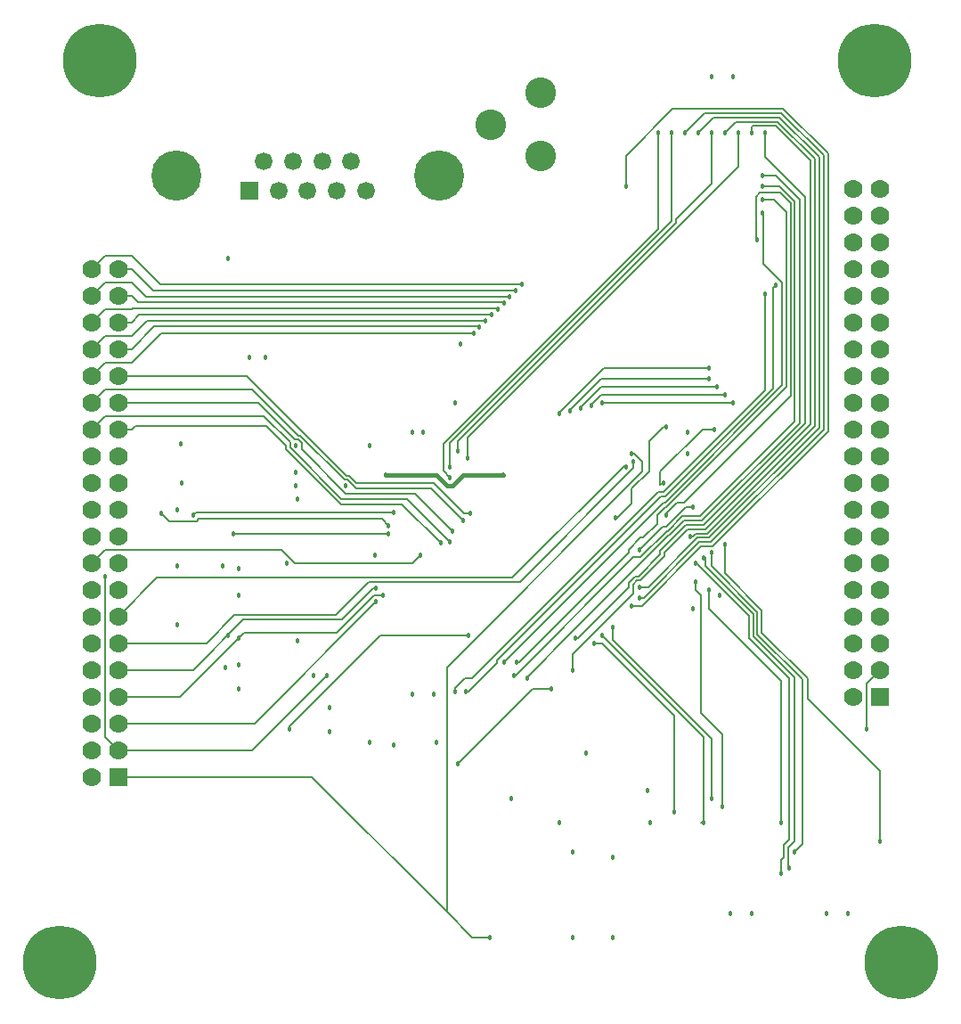
<source format=gbl>
%FSLAX25Y25*%
%MOIN*%
G70*
G01*
G75*
G04 Layer_Physical_Order=4*
G04 Layer_Color=65280*
%ADD10C,0.04000*%
G04:AMPARAMS|DCode=11|XSize=9.84mil|YSize=61.02mil|CornerRadius=0mil|HoleSize=0mil|Usage=FLASHONLY|Rotation=45.000|XOffset=0mil|YOffset=0mil|HoleType=Round|Shape=Round|*
%AMOVALD11*
21,1,0.05118,0.00984,0.00000,0.00000,135.0*
1,1,0.00984,0.01810,-0.01810*
1,1,0.00984,-0.01810,0.01810*
%
%ADD11OVALD11*%

G04:AMPARAMS|DCode=12|XSize=9.84mil|YSize=61.02mil|CornerRadius=0mil|HoleSize=0mil|Usage=FLASHONLY|Rotation=315.000|XOffset=0mil|YOffset=0mil|HoleType=Round|Shape=Round|*
%AMOVALD12*
21,1,0.05118,0.00984,0.00000,0.00000,45.0*
1,1,0.00984,-0.01810,-0.01810*
1,1,0.00984,0.01810,0.01810*
%
%ADD12OVALD12*%

%ADD13R,0.04528X0.05709*%
%ADD14R,0.05315X0.06102*%
%ADD15R,0.04134X0.05512*%
%ADD16R,0.03347X0.05118*%
%ADD17R,0.05118X0.06102*%
%ADD18O,0.02362X0.08661*%
%ADD19R,0.04528X0.03937*%
%ADD20R,0.03740X0.05315*%
%ADD21R,0.07500X0.04300*%
%ADD22R,0.03500X0.03900*%
%ADD23R,0.05709X0.04528*%
%ADD24R,0.05118X0.03347*%
%ADD25R,0.09449X0.02992*%
%ADD26R,0.07500X0.02800*%
%ADD27R,0.02800X0.07500*%
%ADD28O,0.07480X0.02362*%
%ADD29C,0.00800*%
%ADD30C,0.01600*%
%ADD31C,0.00787*%
%ADD32C,0.27559*%
%ADD33C,0.18740*%
%ADD34R,0.06654X0.06654*%
%ADD35C,0.06654*%
%ADD36C,0.07000*%
%ADD37R,0.07000X0.07000*%
%ADD38C,0.11500*%
%ADD39C,0.01800*%
%ADD40C,0.04000*%
%ADD41C,0.16598*%
G04:AMPARAMS|DCode=42|XSize=185.197mil|YSize=185.197mil|CornerRadius=0mil|HoleSize=0mil|Usage=FLASHONLY|Rotation=0.000|XOffset=0mil|YOffset=0mil|HoleType=Round|Shape=Relief|Width=10mil|Gap=10mil|Entries=4|*
%AMTHD42*
7,0,0,0.18520,0.16520,0.01000,45*
%
%ADD42THD42*%
%ADD43C,0.08291*%
G04:AMPARAMS|DCode=44|XSize=102.913mil|YSize=102.913mil|CornerRadius=0mil|HoleSize=0mil|Usage=FLASHONLY|Rotation=0.000|XOffset=0mil|YOffset=0mil|HoleType=Round|Shape=Relief|Width=10mil|Gap=10mil|Entries=4|*
%AMTHD44*
7,0,0,0.10291,0.08291,0.01000,45*
%
%ADD44THD44*%
%ADD45C,0.08700*%
G04:AMPARAMS|DCode=46|XSize=107mil|YSize=107mil|CornerRadius=0mil|HoleSize=0mil|Usage=FLASHONLY|Rotation=0.000|XOffset=0mil|YOffset=0mil|HoleType=Round|Shape=Relief|Width=10mil|Gap=10mil|Entries=4|*
%AMTHD46*
7,0,0,0.10700,0.08700,0.01000,45*
%
%ADD46THD46*%
%ADD47C,0.12000*%
G04:AMPARAMS|DCode=48|XSize=140mil|YSize=140mil|CornerRadius=0mil|HoleSize=0mil|Usage=FLASHONLY|Rotation=0.000|XOffset=0mil|YOffset=0mil|HoleType=Round|Shape=Relief|Width=10mil|Gap=10mil|Entries=4|*
%AMTHD48*
7,0,0,0.14000,0.12000,0.01000,45*
%
%ADD48THD48*%
G04:AMPARAMS|DCode=49|XSize=68mil|YSize=68mil|CornerRadius=0mil|HoleSize=0mil|Usage=FLASHONLY|Rotation=0.000|XOffset=0mil|YOffset=0mil|HoleType=Round|Shape=Relief|Width=10mil|Gap=10mil|Entries=4|*
%AMTHD49*
7,0,0,0.06800,0.04800,0.01000,45*
%
%ADD49THD49*%
%ADD50C,0.04800*%
%ADD51C,0.16520*%
D29*
X190965Y274239D02*
X191102Y274102D01*
X30000Y280000D02*
X35000Y285000D01*
X45000D01*
X55761Y274239D02*
X190965D01*
X45000Y285000D02*
X55761Y274239D01*
X188702Y271976D02*
X188839Y271839D01*
X45000Y280000D02*
X53024Y271976D01*
X188702D01*
X40000Y280000D02*
X45000D01*
Y275000D02*
X50286Y269714D01*
X186439D01*
X30000Y270000D02*
X35000Y275000D01*
X45000D01*
X186439Y269714D02*
X186576Y269576D01*
X47549Y267451D02*
X184176D01*
X184314Y267314D01*
X40000Y270000D02*
X45000D01*
X47549Y267451D01*
X45188Y265188D02*
X181914D01*
X182051Y265051D01*
X45000Y265000D02*
X45188Y265188D01*
X35000Y265000D02*
X45000D01*
X30000Y260000D02*
X35000Y265000D01*
X179651Y262926D02*
X179788Y262788D01*
X47925Y262926D02*
X179651D01*
X40000Y260000D02*
X45000D01*
X47925Y262926D01*
X177388Y260663D02*
X177525Y260525D01*
X45000Y255000D02*
X50663Y260663D01*
X177388D01*
X35000Y255000D02*
X45000D01*
X30000Y250000D02*
X35000Y255000D01*
X175126Y258400D02*
X175263Y258263D01*
X53400Y258400D02*
X175126D01*
X40000Y250000D02*
X45000D01*
X53400Y258400D01*
X45000Y245000D02*
X56000Y256000D01*
X173000D01*
X30000Y240000D02*
X35000Y245000D01*
X45000D01*
X63000Y120000D02*
X85000Y142000D01*
X252000Y331000D02*
X252200D01*
X87000Y144000D02*
X121606D01*
X135606Y158000D01*
X139000D01*
X135500Y160500D02*
X136500D01*
X123881Y148881D02*
X135500Y160500D01*
X112500Y90000D02*
X163000Y39500D01*
X267000Y331000D02*
X271000Y335000D01*
X252200Y331000D02*
X259400Y338200D01*
X277000Y333000D02*
X277400Y333400D01*
X277000Y331000D02*
Y333000D01*
X247406Y339800D02*
X288908D01*
X230000Y322394D02*
X247406Y339800D01*
X230000Y311000D02*
Y322394D01*
X257000Y331000D02*
X262600Y336600D01*
X288000Y54000D02*
Y59000D01*
X289000Y60000D01*
X163000Y39500D02*
Y131054D01*
X229325Y206325D02*
X229649Y206000D01*
X230000D01*
X258000Y73000D02*
X259000D01*
X210038Y130000D02*
Y135962D01*
X248600Y298600D02*
X262000Y312000D01*
Y331000D01*
X211000Y142000D02*
X212165D01*
X248600Y297075D02*
Y298600D01*
X272000Y318212D02*
Y331000D01*
X167019Y212019D02*
Y215493D01*
X248600Y297075D01*
X170600Y216812D02*
X272000Y318212D01*
X212165Y142000D02*
X231000Y160835D01*
X210038Y135962D02*
X232600Y158525D01*
X258000Y114000D02*
X266000Y106000D01*
X258000Y114000D02*
Y158000D01*
X256000Y160000D02*
X258000Y158000D01*
X256000Y160000D02*
Y163000D01*
X244432Y172432D02*
Y174023D01*
X232600Y161994D02*
X234006Y163400D01*
X235400D01*
X244432Y172432D01*
X232600Y158525D02*
Y161994D01*
X231000Y160835D02*
Y162657D01*
X233343Y165000D01*
X234737D01*
X242832Y173095D01*
Y174686D01*
X193000Y127394D02*
X210006Y144400D01*
X193000Y127000D02*
Y127394D01*
X166000Y123106D02*
X169900Y127006D01*
X170000Y122000D02*
X171000D01*
X181600Y132600D01*
X169900Y127006D02*
X172400D01*
X232000Y211000D02*
X233000D01*
X236176Y207824D01*
Y204230D02*
Y207824D01*
X232806Y205412D02*
Y207800D01*
X188000Y128000D02*
X188615D01*
X259000Y172000D02*
X259638D01*
X244432Y174023D02*
X247616Y177206D01*
X242832Y174686D02*
X246953Y178806D01*
X245654Y182006D02*
X251068Y187420D01*
X247616Y177206D02*
X247812D01*
X253226Y182620D01*
X236666Y157000D02*
X257486Y177820D01*
X238403Y161000D02*
X256823Y179420D01*
X255140Y180000D02*
X256160Y181020D01*
X245400Y182006D02*
X245654D01*
X254000Y180000D02*
X255140D01*
X235000Y161000D02*
X238403D01*
X235000Y157000D02*
X236666D01*
X210006Y144400D02*
X210057D01*
X163000Y39500D02*
X172500Y30000D01*
X266000Y79000D02*
Y87000D01*
X259638Y172000D02*
X259819Y172181D01*
X325000Y66000D02*
Y92263D01*
X172500Y30000D02*
X179000D01*
X259000Y73000D02*
Y105000D01*
X225000Y141263D02*
X262000Y104263D01*
Y82000D02*
Y104263D01*
X266000Y87000D02*
Y106000D01*
X288000Y73000D02*
Y126000D01*
X261000Y153000D02*
X288000Y126000D01*
X276000Y142000D02*
X291000Y127000D01*
X293000Y66000D02*
Y127263D01*
X289000Y60000D02*
Y64615D01*
X291000Y66615D01*
Y127000D01*
X290600Y56400D02*
X291000Y56000D01*
X290600Y56400D02*
Y63600D01*
X293000Y66000D01*
Y62000D02*
X296000Y65000D01*
X298000Y119263D02*
X325000Y92263D01*
X232000Y154000D02*
X236000D01*
X235964Y154036D02*
X236000Y154000D01*
X235964Y154036D02*
X258149Y176220D01*
X225000Y141263D02*
Y146000D01*
X221000Y143000D02*
X259000Y105000D01*
X218000Y140000D02*
X221000D01*
X166000Y122053D02*
Y123106D01*
X163000Y131054D02*
X236176Y204230D01*
X189000Y133000D02*
X190000D01*
X181600Y132600D02*
Y133651D01*
X59151Y185600D02*
X69341D01*
X56251Y188500D02*
X59151Y185600D01*
X85000Y142000D02*
X87000Y144000D01*
X217000Y229000D02*
Y229394D01*
X213000Y228000D02*
Y228394D01*
X209000Y227000D02*
Y227394D01*
X205000Y226000D02*
Y226394D01*
X221606Y243000D01*
X209000Y227394D02*
X220606Y239000D01*
X213000Y228394D02*
X220606Y236000D01*
X217000Y229394D02*
X220606Y233000D01*
X226000Y187000D02*
X226744D01*
X232000Y192256D01*
Y197792D01*
X238600Y204392D01*
Y215600D01*
X221000Y230000D02*
X270000D01*
X220606Y233000D02*
X267000D01*
X220606Y236000D02*
X264000D01*
X220606Y239000D02*
X261000D01*
X221606Y243000D02*
X261000D01*
X277600Y142663D02*
X293000Y127263D01*
X298000Y119263D02*
Y126788D01*
X296000Y65000D02*
Y126525D01*
X280800Y143988D02*
X298000Y126788D01*
X279200Y143325D02*
X296000Y126525D01*
X261000Y153000D02*
Y160000D01*
X276000Y142000D02*
Y150394D01*
X277600Y142663D02*
Y151057D01*
X279200Y143325D02*
Y151720D01*
X280800Y143988D02*
Y152382D01*
X267000Y166182D02*
Y177000D01*
Y166182D02*
X280800Y152382D01*
X262000Y168920D02*
X279200Y151720D01*
X259819Y168838D02*
Y172181D01*
Y168838D02*
X277600Y151057D01*
X256000Y170000D02*
X256394D01*
X276000Y150394D01*
X262000Y168920D02*
Y173820D01*
X320000Y108000D02*
Y125000D01*
X325000Y130000D01*
X40000Y140000D02*
X73000D01*
X40000Y100000D02*
X90000D01*
X40000Y90000D02*
X112500D01*
X259400Y338200D02*
X288245D01*
X285000Y273000D02*
X286000Y274000D01*
X281000Y306000D02*
X285302D01*
X278600Y306994D02*
X280006Y308400D01*
X278600Y291400D02*
X279000Y291000D01*
X278600Y291400D02*
Y306994D01*
X280006Y308400D02*
X287800D01*
X281000Y301000D02*
X281400Y300600D01*
Y281994D02*
Y300600D01*
X281000Y311000D02*
X287463D01*
X281000Y315000D02*
X286000D01*
X282000Y322000D02*
Y331000D01*
X258149Y176220D02*
X262444D01*
X257486Y177820D02*
X261782D01*
X281400Y281994D02*
X288400Y274994D01*
X285302Y306000D02*
X290000Y301302D01*
X291600Y232469D02*
Y304600D01*
X287800Y308400D02*
X291600Y304600D01*
X257805Y187420D02*
X293200Y222815D01*
Y305263D01*
X287463Y311000D02*
X293200Y305263D01*
X258468Y185820D02*
X295000Y222352D01*
Y228352D01*
Y306000D01*
X286000Y315000D02*
X295000Y306000D01*
X297000Y222089D02*
Y307000D01*
X282000Y322000D02*
X297000Y307000D01*
X261782Y177820D02*
X304000Y220038D01*
Y322445D01*
X288245Y338200D02*
X304000Y322445D01*
X256823Y179420D02*
X261119D01*
X302400Y220701D01*
Y321782D01*
X287582Y336600D02*
X302400Y321782D01*
X262600Y336600D02*
X287582D01*
X260456Y181020D02*
X300800Y221364D01*
Y321119D01*
X286919Y335000D02*
X300800Y321119D01*
X271000Y335000D02*
X286919D01*
X259793Y182620D02*
X299200Y222027D01*
Y320457D01*
X286257Y333400D02*
X299200Y320457D01*
X277400Y333400D02*
X286257D01*
X256160Y181020D02*
X260456D01*
X253226Y182620D02*
X259793D01*
X262444Y176220D02*
X305600Y219376D01*
Y323108D01*
X288908Y339800D02*
X305600Y323108D01*
X83481Y150481D02*
X121481D01*
X73000Y140000D02*
X83481Y150481D01*
X235500Y179500D02*
X236500D01*
X241600Y184600D01*
X235587Y172193D02*
X245400Y182006D01*
X188615Y128000D02*
X232807Y172193D01*
X235587Y172193D01*
X190000Y133000D02*
X231000Y174000D01*
Y175000D01*
X235500Y179500D01*
X235000Y175000D02*
X243606Y183606D01*
X184343Y133000D02*
Y133000D01*
X241600Y184600D02*
Y187994D01*
X251731Y192600D02*
X291600Y232469D01*
X288400Y236400D02*
Y274994D01*
X243943Y192600D02*
X244600D01*
X238600Y215600D02*
X244000Y221000D01*
X245000D01*
X244600Y192600D02*
X288400Y236400D01*
X258606Y220000D02*
X263000D01*
X282000Y234606D02*
Y270500D01*
X244657Y195000D02*
X285000Y235343D01*
Y273000D01*
X243994Y196600D02*
X282000Y234606D01*
X244606Y191000D02*
X245263D01*
X290000Y235737D01*
Y301302D01*
X184343Y133000D02*
X243943Y192600D01*
X241600Y187994D02*
X244606Y191000D01*
X245000Y188475D02*
X249126Y192600D01*
X251731D01*
X172400Y127006D02*
X242000Y196606D01*
X242006Y196600D01*
X243994D01*
X181600Y133651D02*
X242949Y195000D01*
X244657D01*
X242803Y204197D02*
X258606Y220000D01*
X242803Y199197D02*
Y204197D01*
X246953Y178806D02*
X246980D01*
X251068Y187420D02*
X257805D01*
X246980Y178806D02*
X252393Y184220D01*
X259131D01*
X297000Y222089D01*
X252385Y191000D02*
X255000D01*
X243606Y183606D02*
X244992D01*
X210057Y144400D02*
X246063Y180406D01*
X246317D01*
X251731Y185820D01*
X258468D01*
X244992Y183606D02*
X252385Y191000D01*
X242803Y199197D02*
X243606Y200000D01*
X244000D01*
X245000Y188000D02*
Y188475D01*
X242000Y295000D02*
Y331000D01*
X247000Y297737D02*
Y331000D01*
X161600Y214600D02*
X242000Y295000D01*
X69341Y185600D02*
X70141Y186400D01*
X170600Y209206D02*
Y216812D01*
X167000Y212000D02*
X167019Y212019D01*
X164000Y214737D02*
X247000Y297737D01*
X161600Y204400D02*
Y214600D01*
X164000Y206000D02*
Y214737D01*
X161600Y204400D02*
X164000Y202000D01*
X195000Y123000D02*
X202000D01*
X167000Y95000D02*
X195000Y123000D01*
X190294Y162900D02*
X232806Y205412D01*
X121481Y150481D02*
X133900Y162900D01*
X190294D01*
X187500Y164500D02*
X229325Y206325D01*
X40000Y150000D02*
X54500Y164500D01*
X138000Y143000D02*
X171000D01*
X40000Y110000D02*
X91000D01*
X136500Y155500D01*
X70141Y186400D02*
X138600D01*
X35000Y105000D02*
X40000Y100000D01*
X35000Y105000D02*
Y165000D01*
X54500Y164500D02*
X187500D01*
X30000Y170000D02*
X35000Y175000D01*
X138600Y186400D02*
X141000Y184000D01*
X46343Y221343D02*
X95343D01*
X45000Y220000D02*
X46343Y221343D01*
X94515Y225000D02*
X104400Y215115D01*
X92343Y230000D02*
X106243Y216100D01*
X40000Y230000D02*
X92343D01*
X90172Y235000D02*
X107472Y217700D01*
X35000Y235000D02*
X90172D01*
X88000Y240000D02*
X125300Y202700D01*
X40000Y240000D02*
X88000D01*
X102800Y212467D02*
Y213886D01*
X95343Y221343D02*
X102800Y213886D01*
X123267Y192000D02*
X146214D01*
X102800Y212467D02*
X123267Y192000D01*
X146214D02*
X160607Y177607D01*
X40000Y220000D02*
X45000D01*
X104400Y213130D02*
X123530Y194000D01*
X104400Y213130D02*
Y215115D01*
X148000Y194000D02*
X164000Y178000D01*
X123530Y194000D02*
X148000D01*
X35000Y225000D02*
X94515D01*
X30000Y220000D02*
X35000Y225000D01*
X107370Y216100D02*
X108600Y214870D01*
Y212430D02*
X125030Y196000D01*
X108600Y212430D02*
Y214870D01*
X106243Y216100D02*
X107370D01*
X151000Y196000D02*
X165000Y182000D01*
X125030Y196000D02*
X151000D01*
X107472Y217700D02*
X108033D01*
X124633Y201100D02*
X125870D01*
X108033Y217700D02*
X124633Y201100D01*
X157000Y198000D02*
X169000Y186000D01*
X128970Y198000D02*
X157000D01*
X125870Y201100D02*
X128970Y198000D01*
X30000Y230000D02*
X35000Y235000D01*
X125300Y202700D02*
X126533D01*
X129233Y200000D02*
X158000D01*
X126533Y202700D02*
X129233Y200000D01*
X158000D02*
X169310Y188690D01*
X171690D01*
X40000Y130000D02*
X68000D01*
X86881Y148881D01*
X123881D01*
X40000Y120000D02*
X63000D01*
X90000Y100000D02*
X118000Y128000D01*
X83154Y181000D02*
X141000D01*
X68000Y188000D02*
X69000Y189000D01*
X143000D01*
X35000Y175000D02*
X100970D01*
X105970Y170000D01*
X150000D01*
X153000Y173000D01*
X104000Y109000D02*
X138000Y143000D01*
X104000Y108000D02*
Y109000D01*
X221000Y140000D02*
X248000Y113000D01*
Y77000D02*
Y113000D01*
D30*
X169000Y203000D02*
X184000D01*
X165000Y199000D02*
X169000Y203000D01*
X163000Y199000D02*
X165000D01*
X159000Y203000D02*
X163000Y199000D01*
X140000Y203000D02*
X159000D01*
D32*
X18110Y20472D02*
D03*
X33071Y357874D02*
D03*
X323228D02*
D03*
X333071Y20472D02*
D03*
D33*
X160252Y314768D02*
D03*
X61827D02*
D03*
D34*
X89075Y309165D02*
D03*
D35*
X94528Y320346D02*
D03*
X99980Y309165D02*
D03*
X105433Y320346D02*
D03*
X110886Y309165D02*
D03*
X116339Y320346D02*
D03*
X121791Y309165D02*
D03*
X127244Y320346D02*
D03*
X132697Y309165D02*
D03*
D36*
X315000Y310000D02*
D03*
X325000D02*
D03*
X315000Y300000D02*
D03*
X325000D02*
D03*
X315000Y290000D02*
D03*
X325000D02*
D03*
X315000Y280000D02*
D03*
X325000D02*
D03*
X315000Y270000D02*
D03*
X325000D02*
D03*
X315000Y260000D02*
D03*
X325000D02*
D03*
X315000Y250000D02*
D03*
X325000D02*
D03*
X315000Y240000D02*
D03*
X325000D02*
D03*
X315000Y230000D02*
D03*
X325000D02*
D03*
X315000Y220000D02*
D03*
X325000D02*
D03*
X315000Y210000D02*
D03*
X325000D02*
D03*
X315000Y200000D02*
D03*
X325000D02*
D03*
X315000Y190000D02*
D03*
X325000D02*
D03*
X315000Y180000D02*
D03*
X325000D02*
D03*
X315000Y170000D02*
D03*
X325000D02*
D03*
X315000Y160000D02*
D03*
X325000D02*
D03*
X315000Y150000D02*
D03*
X325000D02*
D03*
X315000Y140000D02*
D03*
X325000D02*
D03*
X315000Y130000D02*
D03*
X325000D02*
D03*
X315000Y120000D02*
D03*
X30000D02*
D03*
Y110000D02*
D03*
Y130000D02*
D03*
Y170000D02*
D03*
Y90000D02*
D03*
Y100000D02*
D03*
Y160000D02*
D03*
Y140000D02*
D03*
Y150000D02*
D03*
Y200000D02*
D03*
Y180000D02*
D03*
Y190000D02*
D03*
Y230000D02*
D03*
Y210000D02*
D03*
Y220000D02*
D03*
Y260000D02*
D03*
Y240000D02*
D03*
Y250000D02*
D03*
Y270000D02*
D03*
Y280000D02*
D03*
X40000Y100000D02*
D03*
Y130000D02*
D03*
Y110000D02*
D03*
Y120000D02*
D03*
Y160000D02*
D03*
Y140000D02*
D03*
Y150000D02*
D03*
Y170000D02*
D03*
Y180000D02*
D03*
Y220000D02*
D03*
Y190000D02*
D03*
Y210000D02*
D03*
Y230000D02*
D03*
Y250000D02*
D03*
Y200000D02*
D03*
Y240000D02*
D03*
Y280000D02*
D03*
Y260000D02*
D03*
Y270000D02*
D03*
D37*
X325000Y120000D02*
D03*
X40000Y90000D02*
D03*
D38*
X179500Y334000D02*
D03*
X198000Y322200D02*
D03*
Y345800D02*
D03*
D39*
X62000Y147000D02*
D03*
X191102Y274102D02*
D03*
X188839Y271839D02*
D03*
X186576Y269576D02*
D03*
X184314Y267314D02*
D03*
X182051Y265051D02*
D03*
X179788Y262788D02*
D03*
X177525Y260525D02*
D03*
X175263Y258263D02*
D03*
X173000Y256000D02*
D03*
X81000Y143000D02*
D03*
X80000Y131000D02*
D03*
X79000Y169000D02*
D03*
X62000D02*
D03*
X272000Y331000D02*
D03*
X267000D02*
D03*
X81000Y284000D02*
D03*
X136500Y160500D02*
D03*
X139000Y158000D02*
D03*
X136500Y155500D02*
D03*
X107000Y141000D02*
D03*
X238000Y85000D02*
D03*
X205000Y73000D02*
D03*
X187000Y82000D02*
D03*
X215000Y99000D02*
D03*
X242000Y331000D02*
D03*
X247000D02*
D03*
X252000D02*
D03*
X257000D02*
D03*
X262000D02*
D03*
X106500Y214000D02*
D03*
X56251Y188500D02*
D03*
X134000Y214000D02*
D03*
X150000Y219000D02*
D03*
X269000Y39000D02*
D03*
X277000D02*
D03*
X305000D02*
D03*
X210038Y130000D02*
D03*
X235000Y157000D02*
D03*
X277000Y331000D02*
D03*
X230000Y311000D02*
D03*
X259000Y73000D02*
D03*
X248000Y77000D02*
D03*
X262000Y82000D02*
D03*
X288000Y54000D02*
D03*
X325000Y66000D02*
D03*
X230000Y206000D02*
D03*
X256000Y170000D02*
D03*
X63500Y214500D02*
D03*
X107000Y194000D02*
D03*
X239000Y73000D02*
D03*
X154000Y219000D02*
D03*
X211000Y142000D02*
D03*
X282000Y331000D02*
D03*
X188000Y128000D02*
D03*
X168000Y252000D02*
D03*
X166000Y230000D02*
D03*
X184000Y203000D02*
D03*
X235000Y161000D02*
D03*
X256000Y163000D02*
D03*
X288000Y73000D02*
D03*
X189000Y133000D02*
D03*
X193000Y127000D02*
D03*
X170000Y122000D02*
D03*
X262000Y352000D02*
D03*
X270000D02*
D03*
X232000Y211000D02*
D03*
X232806Y207800D02*
D03*
X259000Y172000D02*
D03*
X254000Y180000D02*
D03*
X266000Y79000D02*
D03*
X95000Y247000D02*
D03*
X261000Y160000D02*
D03*
X267000Y177000D02*
D03*
X313000Y39000D02*
D03*
X225000Y60000D02*
D03*
X179000Y30000D02*
D03*
X210000D02*
D03*
X225000D02*
D03*
X210000Y62000D02*
D03*
X291000Y56000D02*
D03*
X293000Y62000D02*
D03*
X232000Y154000D02*
D03*
X225000Y146000D02*
D03*
X221000Y143000D02*
D03*
X218000Y140000D02*
D03*
X166000Y122053D02*
D03*
X184343Y133000D02*
D03*
X125000Y199000D02*
D03*
X89000Y247000D02*
D03*
X217000Y229000D02*
D03*
X213000Y228000D02*
D03*
X209000Y227000D02*
D03*
X205000Y226000D02*
D03*
X226000Y187000D02*
D03*
X221000Y230000D02*
D03*
X270000D02*
D03*
X267000Y233000D02*
D03*
X264000Y236000D02*
D03*
X261000Y239000D02*
D03*
Y243000D02*
D03*
X255000Y153000D02*
D03*
Y191000D02*
D03*
X265000Y158000D02*
D03*
X262000Y173820D02*
D03*
X320000Y108000D02*
D03*
X282000Y270500D02*
D03*
X286000Y274000D02*
D03*
X279000Y291000D02*
D03*
X281000Y315000D02*
D03*
Y311000D02*
D03*
Y306000D02*
D03*
Y301000D02*
D03*
X85000Y142000D02*
D03*
X235000Y175000D02*
D03*
X245000Y221000D02*
D03*
X263000Y220000D02*
D03*
X253000Y211000D02*
D03*
Y219000D02*
D03*
X244000Y200000D02*
D03*
X245000Y188000D02*
D03*
X62000Y190000D02*
D03*
X63654Y200000D02*
D03*
X140000Y203000D02*
D03*
X170600Y209206D02*
D03*
X167000Y212000D02*
D03*
X164000Y206000D02*
D03*
Y202000D02*
D03*
X202000Y123000D02*
D03*
X167000Y95000D02*
D03*
X171000Y143000D02*
D03*
X141000Y181000D02*
D03*
X35000Y165000D02*
D03*
X153000Y173000D02*
D03*
X141000Y184000D02*
D03*
X143000Y189000D02*
D03*
X106500Y204000D02*
D03*
Y199000D02*
D03*
X160607Y177607D02*
D03*
X164000Y178000D02*
D03*
X165000Y182000D02*
D03*
X169000Y186000D02*
D03*
X171690Y188690D02*
D03*
X85000Y158000D02*
D03*
Y168000D02*
D03*
X85000Y132000D02*
D03*
X85000Y123000D02*
D03*
X118000Y128000D02*
D03*
X113000D02*
D03*
X83154Y181000D02*
D03*
X68000Y188000D02*
D03*
X103000Y170000D02*
D03*
X136000Y173000D02*
D03*
X104000Y108000D02*
D03*
X119000Y116000D02*
D03*
Y107000D02*
D03*
X134000Y103000D02*
D03*
X150000Y121000D02*
D03*
X143000Y102000D02*
D03*
X158000Y121000D02*
D03*
X159000Y103000D02*
D03*
M02*

</source>
